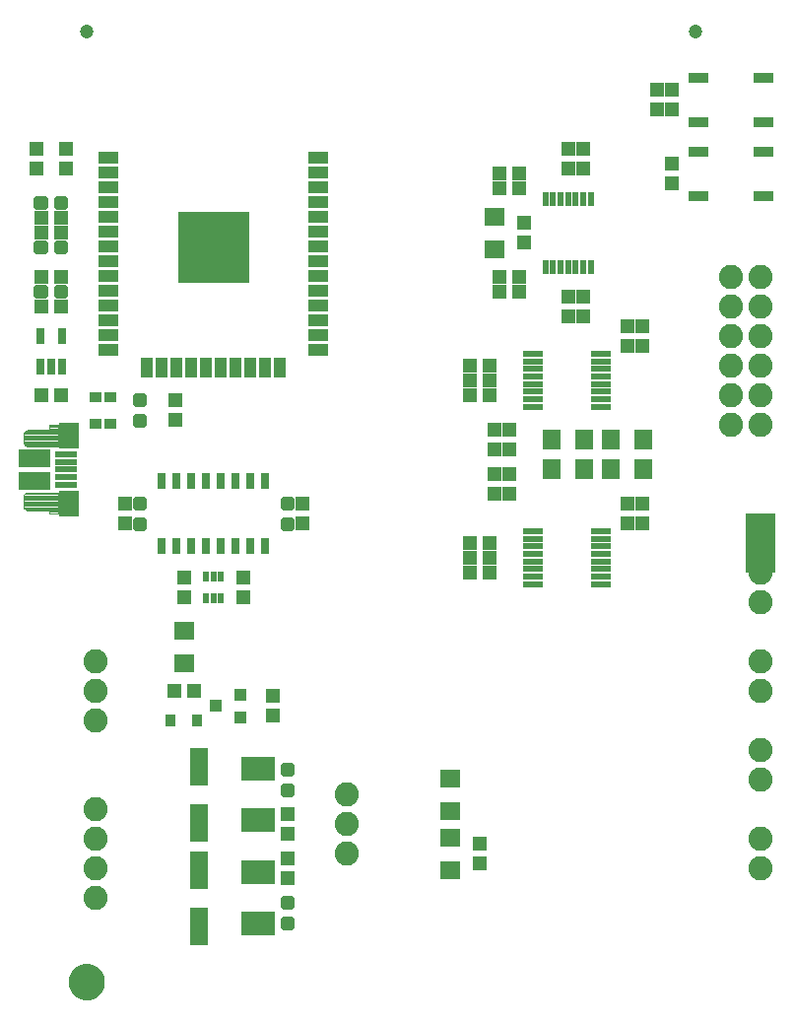
<source format=gts>
G75*
%MOIN*%
%OFA0B0*%
%FSLAX25Y25*%
%IPPOS*%
%LPD*%
%AMOC8*
5,1,8,0,0,1.08239X$1,22.5*
%
%ADD10R,0.10000X0.20000*%
%ADD11R,0.06312X0.12611*%
%ADD12R,0.04737X0.05131*%
%ADD13C,0.01990*%
%ADD14R,0.07690X0.02375*%
%ADD15R,0.06548X0.08674*%
%ADD16R,0.10643X0.06410*%
%ADD17C,0.00400*%
%ADD18R,0.01981X0.03398*%
%ADD19R,0.07099X0.02375*%
%ADD20R,0.02000X0.04700*%
%ADD21C,0.08200*%
%ADD22R,0.06706X0.04343*%
%ADD23R,0.04343X0.06706*%
%ADD24R,0.24422X0.24422*%
%ADD25R,0.03162X0.05524*%
%ADD26R,0.11430X0.07887*%
%ADD27R,0.03280X0.04068*%
%ADD28R,0.02965X0.05524*%
%ADD29R,0.05131X0.04737*%
%ADD30R,0.04068X0.03280*%
%ADD31R,0.04343X0.03950*%
%ADD32R,0.06312X0.07099*%
%ADD33R,0.07099X0.06312*%
%ADD34R,0.06800X0.03800*%
%ADD35C,0.04737*%
%ADD36C,0.05000*%
%ADD37C,0.06706*%
D10*
X0283750Y0168750D03*
D11*
X0093750Y0093199D03*
X0093750Y0074301D03*
X0093750Y0058199D03*
X0093750Y0039301D03*
D12*
X0123750Y0055404D03*
X0123750Y0062096D03*
X0123750Y0070404D03*
X0123750Y0077096D03*
X0118750Y0110404D03*
X0118750Y0117096D03*
X0108750Y0150404D03*
X0108750Y0157096D03*
X0088750Y0157096D03*
X0088750Y0150404D03*
X0068750Y0175404D03*
X0068750Y0182096D03*
X0085750Y0210404D03*
X0085750Y0217096D03*
X0128750Y0182096D03*
X0128750Y0175404D03*
X0193750Y0185404D03*
X0198750Y0185404D03*
X0198750Y0192096D03*
X0193750Y0192096D03*
X0193750Y0200404D03*
X0198750Y0200404D03*
X0198750Y0207096D03*
X0193750Y0207096D03*
X0218750Y0245404D03*
X0223750Y0245404D03*
X0223750Y0252096D03*
X0218750Y0252096D03*
X0238750Y0242096D03*
X0243750Y0242096D03*
X0243750Y0235404D03*
X0238750Y0235404D03*
X0203750Y0270404D03*
X0203750Y0277096D03*
X0218750Y0295404D03*
X0223750Y0295404D03*
X0223750Y0302096D03*
X0218750Y0302096D03*
X0248750Y0315404D03*
X0253750Y0315404D03*
X0253750Y0322096D03*
X0248750Y0322096D03*
X0253750Y0297096D03*
X0253750Y0290404D03*
X0243750Y0182096D03*
X0238750Y0182096D03*
X0238750Y0175404D03*
X0243750Y0175404D03*
X0188750Y0067096D03*
X0188750Y0060404D03*
X0048750Y0295404D03*
X0048750Y0302096D03*
X0038750Y0302096D03*
X0038750Y0295404D03*
D13*
X0041670Y0285123D02*
X0041670Y0282377D01*
X0038924Y0282377D01*
X0038924Y0285123D01*
X0041670Y0285123D01*
X0041670Y0284267D02*
X0038924Y0284267D01*
X0048576Y0285123D02*
X0048576Y0282377D01*
X0045830Y0282377D01*
X0045830Y0285123D01*
X0048576Y0285123D01*
X0048576Y0284267D02*
X0045830Y0284267D01*
X0048576Y0270123D02*
X0048576Y0267377D01*
X0045830Y0267377D01*
X0045830Y0270123D01*
X0048576Y0270123D01*
X0048576Y0269267D02*
X0045830Y0269267D01*
X0041670Y0270123D02*
X0041670Y0267377D01*
X0038924Y0267377D01*
X0038924Y0270123D01*
X0041670Y0270123D01*
X0041670Y0269267D02*
X0038924Y0269267D01*
X0038924Y0255123D02*
X0038924Y0252377D01*
X0038924Y0255123D02*
X0041670Y0255123D01*
X0041670Y0252377D01*
X0038924Y0252377D01*
X0038924Y0254267D02*
X0041670Y0254267D01*
X0045830Y0255123D02*
X0045830Y0252377D01*
X0045830Y0255123D02*
X0048576Y0255123D01*
X0048576Y0252377D01*
X0045830Y0252377D01*
X0045830Y0254267D02*
X0048576Y0254267D01*
X0072377Y0218576D02*
X0075123Y0218576D01*
X0075123Y0215830D01*
X0072377Y0215830D01*
X0072377Y0218576D01*
X0072377Y0217720D02*
X0075123Y0217720D01*
X0075123Y0211670D02*
X0072377Y0211670D01*
X0075123Y0211670D02*
X0075123Y0208924D01*
X0072377Y0208924D01*
X0072377Y0211670D01*
X0072377Y0210814D02*
X0075123Y0210814D01*
X0075123Y0180830D02*
X0072377Y0180830D01*
X0072377Y0183576D01*
X0075123Y0183576D01*
X0075123Y0180830D01*
X0075123Y0182720D02*
X0072377Y0182720D01*
X0072377Y0173924D02*
X0075123Y0173924D01*
X0072377Y0173924D02*
X0072377Y0176670D01*
X0075123Y0176670D01*
X0075123Y0173924D01*
X0075123Y0175814D02*
X0072377Y0175814D01*
X0122377Y0173924D02*
X0125123Y0173924D01*
X0122377Y0173924D02*
X0122377Y0176670D01*
X0125123Y0176670D01*
X0125123Y0173924D01*
X0125123Y0175814D02*
X0122377Y0175814D01*
X0122377Y0180830D02*
X0125123Y0180830D01*
X0122377Y0180830D02*
X0122377Y0183576D01*
X0125123Y0183576D01*
X0125123Y0180830D01*
X0125123Y0182720D02*
X0122377Y0182720D01*
X0122377Y0093576D02*
X0125123Y0093576D01*
X0125123Y0090830D01*
X0122377Y0090830D01*
X0122377Y0093576D01*
X0122377Y0092720D02*
X0125123Y0092720D01*
X0125123Y0086670D02*
X0122377Y0086670D01*
X0125123Y0086670D02*
X0125123Y0083924D01*
X0122377Y0083924D01*
X0122377Y0086670D01*
X0122377Y0085814D02*
X0125123Y0085814D01*
X0125123Y0048576D02*
X0122377Y0048576D01*
X0125123Y0048576D02*
X0125123Y0045830D01*
X0122377Y0045830D01*
X0122377Y0048576D01*
X0122377Y0047720D02*
X0125123Y0047720D01*
X0125123Y0041670D02*
X0122377Y0041670D01*
X0125123Y0041670D02*
X0125123Y0038924D01*
X0122377Y0038924D01*
X0122377Y0041670D01*
X0122377Y0040814D02*
X0125123Y0040814D01*
D14*
X0048750Y0188632D03*
X0048750Y0191191D03*
X0048750Y0193750D03*
X0048750Y0196309D03*
X0048750Y0198868D03*
D15*
X0049833Y0205167D03*
X0049833Y0182333D03*
D16*
X0038219Y0189961D03*
X0038219Y0197539D03*
D17*
X0036053Y0201624D02*
X0035742Y0201615D01*
X0035436Y0201675D01*
X0035151Y0201802D01*
X0034902Y0201989D01*
X0034700Y0202227D01*
X0034557Y0202503D01*
X0034478Y0202805D01*
X0034478Y0205561D01*
X0034518Y0205911D01*
X0034634Y0206244D01*
X0034822Y0206543D01*
X0035071Y0206792D01*
X0035370Y0206980D01*
X0035703Y0207096D01*
X0036053Y0207136D01*
X0043140Y0207136D01*
X0043140Y0208711D01*
X0046289Y0208711D01*
X0046289Y0201624D01*
X0036053Y0201624D01*
X0035371Y0201704D02*
X0046289Y0201704D01*
X0046289Y0202102D02*
X0034806Y0202102D01*
X0034558Y0202501D02*
X0046289Y0202501D01*
X0046289Y0202899D02*
X0034478Y0202899D01*
X0034478Y0203298D02*
X0046289Y0203298D01*
X0046289Y0203696D02*
X0034478Y0203696D01*
X0034478Y0204095D02*
X0046289Y0204095D01*
X0046289Y0204493D02*
X0034478Y0204493D01*
X0034478Y0204892D02*
X0046289Y0204892D01*
X0046289Y0205291D02*
X0034478Y0205291D01*
X0034493Y0205689D02*
X0046289Y0205689D01*
X0046289Y0206088D02*
X0034579Y0206088D01*
X0034786Y0206486D02*
X0046289Y0206486D01*
X0046289Y0206885D02*
X0035218Y0206885D01*
X0043140Y0207283D02*
X0046289Y0207283D01*
X0046289Y0207682D02*
X0043140Y0207682D01*
X0043140Y0208080D02*
X0046289Y0208080D01*
X0046289Y0208479D02*
X0043140Y0208479D01*
X0046289Y0185876D02*
X0035659Y0185876D01*
X0035397Y0185846D01*
X0035147Y0185759D01*
X0034923Y0185618D01*
X0034736Y0185431D01*
X0034595Y0185207D01*
X0034508Y0184958D01*
X0034478Y0184695D01*
X0034478Y0181545D01*
X0034469Y0181234D01*
X0034529Y0180928D01*
X0034656Y0180643D01*
X0034843Y0180394D01*
X0035081Y0180192D01*
X0035358Y0180049D01*
X0035659Y0179970D01*
X0043140Y0179970D01*
X0043140Y0178789D01*
X0046289Y0178789D01*
X0046289Y0185876D01*
X0046289Y0185763D02*
X0035160Y0185763D01*
X0034694Y0185365D02*
X0046289Y0185365D01*
X0046289Y0184966D02*
X0034511Y0184966D01*
X0034478Y0184568D02*
X0046289Y0184568D01*
X0046289Y0184169D02*
X0034478Y0184169D01*
X0034478Y0183771D02*
X0046289Y0183771D01*
X0046289Y0183372D02*
X0034478Y0183372D01*
X0034478Y0182974D02*
X0046289Y0182974D01*
X0046289Y0182575D02*
X0034478Y0182575D01*
X0034478Y0182177D02*
X0046289Y0182177D01*
X0046289Y0181778D02*
X0034478Y0181778D01*
X0034473Y0181380D02*
X0046289Y0181380D01*
X0046289Y0180981D02*
X0034519Y0180981D01*
X0034702Y0180583D02*
X0046289Y0180583D01*
X0046289Y0180184D02*
X0035097Y0180184D01*
X0043140Y0179786D02*
X0046289Y0179786D01*
X0046289Y0179387D02*
X0043140Y0179387D01*
X0043140Y0178989D02*
X0046289Y0178989D01*
D18*
X0096191Y0157372D03*
X0098750Y0157372D03*
X0101309Y0157372D03*
X0101309Y0150128D03*
X0098750Y0150128D03*
X0096191Y0150128D03*
D19*
X0206742Y0154990D03*
X0206742Y0157549D03*
X0206742Y0160108D03*
X0206742Y0162667D03*
X0206742Y0165226D03*
X0206742Y0167785D03*
X0206742Y0170344D03*
X0206742Y0172904D03*
X0229970Y0172904D03*
X0229970Y0170344D03*
X0229970Y0167785D03*
X0229970Y0165226D03*
X0229970Y0162667D03*
X0229970Y0160108D03*
X0229970Y0157549D03*
X0229970Y0154990D03*
X0229970Y0214990D03*
X0229970Y0217549D03*
X0229970Y0220108D03*
X0229970Y0222667D03*
X0229970Y0225226D03*
X0229970Y0227785D03*
X0229970Y0230344D03*
X0229970Y0232904D03*
X0206742Y0232904D03*
X0206742Y0230344D03*
X0206742Y0227785D03*
X0206742Y0225226D03*
X0206742Y0222667D03*
X0206742Y0220108D03*
X0206742Y0217549D03*
X0206742Y0214990D03*
D20*
X0211073Y0262263D03*
X0213632Y0262263D03*
X0216191Y0262263D03*
X0218750Y0262263D03*
X0221309Y0262263D03*
X0223868Y0262263D03*
X0226427Y0262263D03*
X0226427Y0285237D03*
X0223868Y0285237D03*
X0221309Y0285237D03*
X0218750Y0285237D03*
X0216191Y0285237D03*
X0213632Y0285237D03*
X0211073Y0285237D03*
D21*
X0273750Y0258750D03*
X0273750Y0248750D03*
X0273750Y0238750D03*
X0273750Y0228750D03*
X0273750Y0218750D03*
X0273750Y0208750D03*
X0283750Y0208750D03*
X0283750Y0218750D03*
X0283750Y0228750D03*
X0283750Y0238750D03*
X0283750Y0248750D03*
X0283750Y0258750D03*
X0283750Y0158750D03*
X0283750Y0148750D03*
X0283750Y0128750D03*
X0283750Y0118750D03*
X0283750Y0098750D03*
X0283750Y0088750D03*
X0283750Y0068750D03*
X0283750Y0058750D03*
X0143750Y0063750D03*
X0143750Y0073750D03*
X0143750Y0083750D03*
X0058750Y0078750D03*
X0058750Y0068750D03*
X0058750Y0058750D03*
X0058750Y0048750D03*
X0058750Y0108750D03*
X0058750Y0118750D03*
X0058750Y0128750D03*
D22*
X0063317Y0234065D03*
X0063317Y0239065D03*
X0063317Y0244065D03*
X0063317Y0249065D03*
X0063317Y0254065D03*
X0063317Y0259065D03*
X0063317Y0264065D03*
X0063317Y0269065D03*
X0063317Y0274065D03*
X0063317Y0279065D03*
X0063317Y0284065D03*
X0063317Y0289065D03*
X0063317Y0294065D03*
X0063317Y0299065D03*
X0134183Y0299065D03*
X0134183Y0294065D03*
X0134183Y0289065D03*
X0134183Y0284065D03*
X0134183Y0279065D03*
X0134183Y0274065D03*
X0134183Y0269065D03*
X0134183Y0264065D03*
X0134183Y0259065D03*
X0134183Y0254065D03*
X0134183Y0249065D03*
X0134183Y0244065D03*
X0134183Y0239065D03*
X0134183Y0234065D03*
D23*
X0121250Y0228199D03*
X0116250Y0228199D03*
X0111250Y0228199D03*
X0106250Y0228199D03*
X0101250Y0228199D03*
X0096250Y0228199D03*
X0091250Y0228199D03*
X0086250Y0228199D03*
X0081250Y0228199D03*
X0076250Y0228199D03*
D24*
X0098750Y0268750D03*
D25*
X0096250Y0189774D03*
X0091250Y0189774D03*
X0086250Y0189774D03*
X0081250Y0189774D03*
X0101250Y0189774D03*
X0106250Y0189774D03*
X0111250Y0189774D03*
X0116250Y0189774D03*
X0116250Y0167726D03*
X0111250Y0167726D03*
X0106250Y0167726D03*
X0101250Y0167726D03*
X0096250Y0167726D03*
X0091250Y0167726D03*
X0086250Y0167726D03*
X0081250Y0167726D03*
D26*
X0113750Y0092411D03*
X0113750Y0075089D03*
X0113750Y0057411D03*
X0113750Y0040089D03*
D27*
X0093278Y0108750D03*
X0084222Y0108750D03*
D28*
X0047490Y0228631D03*
X0043750Y0228631D03*
X0040010Y0228631D03*
X0040010Y0238869D03*
X0047490Y0238869D03*
D29*
X0047096Y0248750D03*
X0040404Y0248750D03*
X0040404Y0258750D03*
X0047096Y0258750D03*
X0047096Y0273750D03*
X0047096Y0278750D03*
X0040404Y0278750D03*
X0040404Y0273750D03*
X0040404Y0218750D03*
X0047096Y0218750D03*
X0085404Y0118750D03*
X0092096Y0118750D03*
X0185404Y0158750D03*
X0185404Y0163750D03*
X0185404Y0168750D03*
X0192096Y0168750D03*
X0192096Y0163750D03*
X0192096Y0158750D03*
X0192096Y0218750D03*
X0192096Y0223750D03*
X0192096Y0228750D03*
X0185404Y0228750D03*
X0185404Y0223750D03*
X0185404Y0218750D03*
X0195404Y0253750D03*
X0195404Y0258750D03*
X0202096Y0258750D03*
X0202096Y0253750D03*
X0202096Y0288750D03*
X0202096Y0293750D03*
X0195404Y0293750D03*
X0195404Y0288750D03*
D30*
X0063750Y0218278D03*
X0058750Y0218278D03*
X0058750Y0209222D03*
X0063750Y0209222D03*
D31*
X0107687Y0117490D03*
X0107687Y0110010D03*
X0099419Y0113750D03*
D32*
X0213238Y0193750D03*
X0213238Y0203750D03*
X0224262Y0203750D03*
X0233238Y0203750D03*
X0233238Y0193750D03*
X0224262Y0193750D03*
X0244262Y0193750D03*
X0244262Y0203750D03*
D33*
X0193750Y0268238D03*
X0193750Y0279262D03*
X0088750Y0139262D03*
X0088750Y0128238D03*
X0178750Y0089262D03*
X0178750Y0078238D03*
X0178750Y0069262D03*
X0178750Y0058238D03*
D34*
X0262750Y0286250D03*
X0262750Y0301250D03*
X0262750Y0311250D03*
X0262750Y0326250D03*
X0284750Y0326250D03*
X0284750Y0311250D03*
X0284750Y0301250D03*
X0284750Y0286250D03*
D35*
X0261750Y0342000D03*
X0055750Y0342000D03*
D36*
X0052185Y0020500D02*
X0052187Y0020619D01*
X0052193Y0020738D01*
X0052203Y0020857D01*
X0052217Y0020975D01*
X0052235Y0021093D01*
X0052256Y0021210D01*
X0052282Y0021326D01*
X0052312Y0021442D01*
X0052345Y0021556D01*
X0052382Y0021669D01*
X0052423Y0021781D01*
X0052468Y0021892D01*
X0052516Y0022001D01*
X0052568Y0022108D01*
X0052624Y0022213D01*
X0052683Y0022317D01*
X0052745Y0022418D01*
X0052811Y0022518D01*
X0052880Y0022615D01*
X0052952Y0022709D01*
X0053028Y0022802D01*
X0053106Y0022891D01*
X0053187Y0022978D01*
X0053272Y0023063D01*
X0053359Y0023144D01*
X0053448Y0023222D01*
X0053541Y0023298D01*
X0053635Y0023370D01*
X0053732Y0023439D01*
X0053832Y0023505D01*
X0053933Y0023567D01*
X0054037Y0023626D01*
X0054142Y0023682D01*
X0054249Y0023734D01*
X0054358Y0023782D01*
X0054469Y0023827D01*
X0054581Y0023868D01*
X0054694Y0023905D01*
X0054808Y0023938D01*
X0054924Y0023968D01*
X0055040Y0023994D01*
X0055157Y0024015D01*
X0055275Y0024033D01*
X0055393Y0024047D01*
X0055512Y0024057D01*
X0055631Y0024063D01*
X0055750Y0024065D01*
X0055869Y0024063D01*
X0055988Y0024057D01*
X0056107Y0024047D01*
X0056225Y0024033D01*
X0056343Y0024015D01*
X0056460Y0023994D01*
X0056576Y0023968D01*
X0056692Y0023938D01*
X0056806Y0023905D01*
X0056919Y0023868D01*
X0057031Y0023827D01*
X0057142Y0023782D01*
X0057251Y0023734D01*
X0057358Y0023682D01*
X0057463Y0023626D01*
X0057567Y0023567D01*
X0057668Y0023505D01*
X0057768Y0023439D01*
X0057865Y0023370D01*
X0057959Y0023298D01*
X0058052Y0023222D01*
X0058141Y0023144D01*
X0058228Y0023063D01*
X0058313Y0022978D01*
X0058394Y0022891D01*
X0058472Y0022802D01*
X0058548Y0022709D01*
X0058620Y0022615D01*
X0058689Y0022518D01*
X0058755Y0022418D01*
X0058817Y0022317D01*
X0058876Y0022213D01*
X0058932Y0022108D01*
X0058984Y0022001D01*
X0059032Y0021892D01*
X0059077Y0021781D01*
X0059118Y0021669D01*
X0059155Y0021556D01*
X0059188Y0021442D01*
X0059218Y0021326D01*
X0059244Y0021210D01*
X0059265Y0021093D01*
X0059283Y0020975D01*
X0059297Y0020857D01*
X0059307Y0020738D01*
X0059313Y0020619D01*
X0059315Y0020500D01*
X0059313Y0020381D01*
X0059307Y0020262D01*
X0059297Y0020143D01*
X0059283Y0020025D01*
X0059265Y0019907D01*
X0059244Y0019790D01*
X0059218Y0019674D01*
X0059188Y0019558D01*
X0059155Y0019444D01*
X0059118Y0019331D01*
X0059077Y0019219D01*
X0059032Y0019108D01*
X0058984Y0018999D01*
X0058932Y0018892D01*
X0058876Y0018787D01*
X0058817Y0018683D01*
X0058755Y0018582D01*
X0058689Y0018482D01*
X0058620Y0018385D01*
X0058548Y0018291D01*
X0058472Y0018198D01*
X0058394Y0018109D01*
X0058313Y0018022D01*
X0058228Y0017937D01*
X0058141Y0017856D01*
X0058052Y0017778D01*
X0057959Y0017702D01*
X0057865Y0017630D01*
X0057768Y0017561D01*
X0057668Y0017495D01*
X0057567Y0017433D01*
X0057463Y0017374D01*
X0057358Y0017318D01*
X0057251Y0017266D01*
X0057142Y0017218D01*
X0057031Y0017173D01*
X0056919Y0017132D01*
X0056806Y0017095D01*
X0056692Y0017062D01*
X0056576Y0017032D01*
X0056460Y0017006D01*
X0056343Y0016985D01*
X0056225Y0016967D01*
X0056107Y0016953D01*
X0055988Y0016943D01*
X0055869Y0016937D01*
X0055750Y0016935D01*
X0055631Y0016937D01*
X0055512Y0016943D01*
X0055393Y0016953D01*
X0055275Y0016967D01*
X0055157Y0016985D01*
X0055040Y0017006D01*
X0054924Y0017032D01*
X0054808Y0017062D01*
X0054694Y0017095D01*
X0054581Y0017132D01*
X0054469Y0017173D01*
X0054358Y0017218D01*
X0054249Y0017266D01*
X0054142Y0017318D01*
X0054037Y0017374D01*
X0053933Y0017433D01*
X0053832Y0017495D01*
X0053732Y0017561D01*
X0053635Y0017630D01*
X0053541Y0017702D01*
X0053448Y0017778D01*
X0053359Y0017856D01*
X0053272Y0017937D01*
X0053187Y0018022D01*
X0053106Y0018109D01*
X0053028Y0018198D01*
X0052952Y0018291D01*
X0052880Y0018385D01*
X0052811Y0018482D01*
X0052745Y0018582D01*
X0052683Y0018683D01*
X0052624Y0018787D01*
X0052568Y0018892D01*
X0052516Y0018999D01*
X0052468Y0019108D01*
X0052423Y0019219D01*
X0052382Y0019331D01*
X0052345Y0019444D01*
X0052312Y0019558D01*
X0052282Y0019674D01*
X0052256Y0019790D01*
X0052235Y0019907D01*
X0052217Y0020025D01*
X0052203Y0020143D01*
X0052193Y0020262D01*
X0052187Y0020381D01*
X0052185Y0020500D01*
D37*
X0055750Y0020500D03*
M02*

</source>
